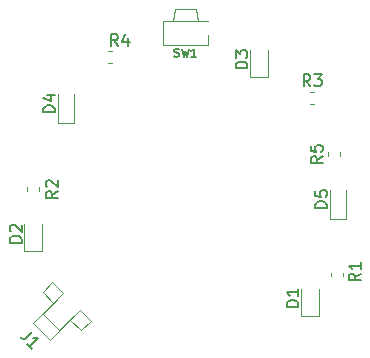
<source format=gto>
G04 #@! TF.GenerationSoftware,KiCad,Pcbnew,5.1.2-f72e74a~84~ubuntu18.04.1*
G04 #@! TF.CreationDate,2019-07-25T17:33:10+02:00*
G04 #@! TF.ProjectId,lightboard,6c696768-7462-46f6-9172-642e6b696361,rev?*
G04 #@! TF.SameCoordinates,Original*
G04 #@! TF.FileFunction,Legend,Top*
G04 #@! TF.FilePolarity,Positive*
%FSLAX46Y46*%
G04 Gerber Fmt 4.6, Leading zero omitted, Abs format (unit mm)*
G04 Created by KiCad (PCBNEW 5.1.2-f72e74a~84~ubuntu18.04.1) date 2019-07-25 17:33:10*
%MOMM*%
%LPD*%
G04 APERTURE LIST*
%ADD10C,0.120000*%
%ADD11C,0.150000*%
%ADD12C,0.100000*%
%ADD13C,0.952000*%
%ADD14C,0.977000*%
%ADD15C,0.902000*%
%ADD16C,0.702000*%
%ADD17C,0.802000*%
%ADD18C,0.502000*%
%ADD19C,0.352000*%
G04 APERTURE END LIST*
D10*
X170465000Y-98167500D02*
X170465000Y-95682500D01*
X169095000Y-98167500D02*
X170465000Y-98167500D01*
X169095000Y-95682500D02*
X169095000Y-98167500D01*
X147445000Y-90057500D02*
X147445000Y-87572500D01*
X146075000Y-90057500D02*
X147445000Y-90057500D01*
X146075000Y-87572500D02*
X146075000Y-90057500D01*
X163845000Y-86137500D02*
X163845000Y-83852500D01*
X162375000Y-86137500D02*
X163845000Y-86137500D01*
X162375000Y-83852500D02*
X162375000Y-86137500D01*
X144715000Y-100887500D02*
X144715000Y-98602500D01*
X143245000Y-100887500D02*
X144715000Y-100887500D01*
X143245000Y-98602500D02*
X143245000Y-100887500D01*
X168155000Y-106357500D02*
X168155000Y-104072500D01*
X166685000Y-106357500D02*
X168155000Y-106357500D01*
X166685000Y-104072500D02*
X166685000Y-106357500D01*
X155960000Y-80400000D02*
X155810000Y-81350000D01*
X156860000Y-80400000D02*
X155960000Y-80400000D01*
X157760000Y-80400000D02*
X157960000Y-81350000D01*
X156860000Y-80400000D02*
X157760000Y-80400000D01*
X158810000Y-83450000D02*
X154960000Y-83450000D01*
X158760000Y-81350000D02*
X158810000Y-83450000D01*
X154960000Y-81350000D02*
X158760000Y-81350000D01*
X154960000Y-83450000D02*
X154960000Y-81350000D01*
X169980000Y-92840279D02*
X169980000Y-92514721D01*
X168960000Y-92840279D02*
X168960000Y-92514721D01*
X150309721Y-84960000D02*
X150635279Y-84960000D01*
X150309721Y-83940000D02*
X150635279Y-83940000D01*
X167454721Y-88390000D02*
X167780279Y-88390000D01*
X167454721Y-87370000D02*
X167780279Y-87370000D01*
X144490000Y-95760279D02*
X144490000Y-95434721D01*
X143470000Y-95760279D02*
X143470000Y-95434721D01*
X170190000Y-103010279D02*
X170190000Y-102684721D01*
X169170000Y-103010279D02*
X169170000Y-102684721D01*
X145708112Y-105247675D02*
X143982771Y-106973015D01*
X147122325Y-106661888D02*
X145396985Y-108387229D01*
X144781802Y-104321365D02*
X145708112Y-105247675D01*
X148048635Y-107588198D02*
X147122325Y-106661888D01*
X145602046Y-103501121D02*
X144781802Y-104321365D01*
X148868879Y-106767954D02*
X148048635Y-107588198D01*
X146528356Y-104427431D02*
X145602046Y-103501121D01*
X147942569Y-105841644D02*
X148868879Y-106767954D01*
X144803015Y-106152771D02*
X146528356Y-104427431D01*
X146217229Y-107566985D02*
X147942569Y-105841644D01*
X146217229Y-107566985D02*
X144803015Y-106152771D01*
X145396985Y-108387229D02*
X143982771Y-106973015D01*
D11*
X168852380Y-97220595D02*
X167852380Y-97220595D01*
X167852380Y-96982500D01*
X167900000Y-96839642D01*
X167995238Y-96744404D01*
X168090476Y-96696785D01*
X168280952Y-96649166D01*
X168423809Y-96649166D01*
X168614285Y-96696785D01*
X168709523Y-96744404D01*
X168804761Y-96839642D01*
X168852380Y-96982500D01*
X168852380Y-97220595D01*
X167852380Y-95744404D02*
X167852380Y-96220595D01*
X168328571Y-96268214D01*
X168280952Y-96220595D01*
X168233333Y-96125357D01*
X168233333Y-95887261D01*
X168280952Y-95792023D01*
X168328571Y-95744404D01*
X168423809Y-95696785D01*
X168661904Y-95696785D01*
X168757142Y-95744404D01*
X168804761Y-95792023D01*
X168852380Y-95887261D01*
X168852380Y-96125357D01*
X168804761Y-96220595D01*
X168757142Y-96268214D01*
X145832380Y-89110595D02*
X144832380Y-89110595D01*
X144832380Y-88872500D01*
X144880000Y-88729642D01*
X144975238Y-88634404D01*
X145070476Y-88586785D01*
X145260952Y-88539166D01*
X145403809Y-88539166D01*
X145594285Y-88586785D01*
X145689523Y-88634404D01*
X145784761Y-88729642D01*
X145832380Y-88872500D01*
X145832380Y-89110595D01*
X145165714Y-87682023D02*
X145832380Y-87682023D01*
X144784761Y-87920119D02*
X145499047Y-88158214D01*
X145499047Y-87539166D01*
X162132380Y-85390595D02*
X161132380Y-85390595D01*
X161132380Y-85152500D01*
X161180000Y-85009642D01*
X161275238Y-84914404D01*
X161370476Y-84866785D01*
X161560952Y-84819166D01*
X161703809Y-84819166D01*
X161894285Y-84866785D01*
X161989523Y-84914404D01*
X162084761Y-85009642D01*
X162132380Y-85152500D01*
X162132380Y-85390595D01*
X161132380Y-84485833D02*
X161132380Y-83866785D01*
X161513333Y-84200119D01*
X161513333Y-84057261D01*
X161560952Y-83962023D01*
X161608571Y-83914404D01*
X161703809Y-83866785D01*
X161941904Y-83866785D01*
X162037142Y-83914404D01*
X162084761Y-83962023D01*
X162132380Y-84057261D01*
X162132380Y-84342976D01*
X162084761Y-84438214D01*
X162037142Y-84485833D01*
X143002380Y-100140595D02*
X142002380Y-100140595D01*
X142002380Y-99902500D01*
X142050000Y-99759642D01*
X142145238Y-99664404D01*
X142240476Y-99616785D01*
X142430952Y-99569166D01*
X142573809Y-99569166D01*
X142764285Y-99616785D01*
X142859523Y-99664404D01*
X142954761Y-99759642D01*
X143002380Y-99902500D01*
X143002380Y-100140595D01*
X142097619Y-99188214D02*
X142050000Y-99140595D01*
X142002380Y-99045357D01*
X142002380Y-98807261D01*
X142050000Y-98712023D01*
X142097619Y-98664404D01*
X142192857Y-98616785D01*
X142288095Y-98616785D01*
X142430952Y-98664404D01*
X143002380Y-99235833D01*
X143002380Y-98616785D01*
X166442380Y-105610595D02*
X165442380Y-105610595D01*
X165442380Y-105372500D01*
X165490000Y-105229642D01*
X165585238Y-105134404D01*
X165680476Y-105086785D01*
X165870952Y-105039166D01*
X166013809Y-105039166D01*
X166204285Y-105086785D01*
X166299523Y-105134404D01*
X166394761Y-105229642D01*
X166442380Y-105372500D01*
X166442380Y-105610595D01*
X166442380Y-104086785D02*
X166442380Y-104658214D01*
X166442380Y-104372500D02*
X165442380Y-104372500D01*
X165585238Y-104467738D01*
X165680476Y-104562976D01*
X165728095Y-104658214D01*
X155926666Y-84383333D02*
X156026666Y-84416666D01*
X156193333Y-84416666D01*
X156260000Y-84383333D01*
X156293333Y-84350000D01*
X156326666Y-84283333D01*
X156326666Y-84216666D01*
X156293333Y-84150000D01*
X156260000Y-84116666D01*
X156193333Y-84083333D01*
X156060000Y-84050000D01*
X155993333Y-84016666D01*
X155960000Y-83983333D01*
X155926666Y-83916666D01*
X155926666Y-83850000D01*
X155960000Y-83783333D01*
X155993333Y-83750000D01*
X156060000Y-83716666D01*
X156226666Y-83716666D01*
X156326666Y-83750000D01*
X156560000Y-83716666D02*
X156726666Y-84416666D01*
X156860000Y-83916666D01*
X156993333Y-84416666D01*
X157160000Y-83716666D01*
X157793333Y-84416666D02*
X157393333Y-84416666D01*
X157593333Y-84416666D02*
X157593333Y-83716666D01*
X157526666Y-83816666D01*
X157460000Y-83883333D01*
X157393333Y-83916666D01*
X168492380Y-92844166D02*
X168016190Y-93177500D01*
X168492380Y-93415595D02*
X167492380Y-93415595D01*
X167492380Y-93034642D01*
X167540000Y-92939404D01*
X167587619Y-92891785D01*
X167682857Y-92844166D01*
X167825714Y-92844166D01*
X167920952Y-92891785D01*
X167968571Y-92939404D01*
X168016190Y-93034642D01*
X168016190Y-93415595D01*
X167492380Y-91939404D02*
X167492380Y-92415595D01*
X167968571Y-92463214D01*
X167920952Y-92415595D01*
X167873333Y-92320357D01*
X167873333Y-92082261D01*
X167920952Y-91987023D01*
X167968571Y-91939404D01*
X168063809Y-91891785D01*
X168301904Y-91891785D01*
X168397142Y-91939404D01*
X168444761Y-91987023D01*
X168492380Y-92082261D01*
X168492380Y-92320357D01*
X168444761Y-92415595D01*
X168397142Y-92463214D01*
X151153333Y-83512380D02*
X150820000Y-83036190D01*
X150581904Y-83512380D02*
X150581904Y-82512380D01*
X150962857Y-82512380D01*
X151058095Y-82560000D01*
X151105714Y-82607619D01*
X151153333Y-82702857D01*
X151153333Y-82845714D01*
X151105714Y-82940952D01*
X151058095Y-82988571D01*
X150962857Y-83036190D01*
X150581904Y-83036190D01*
X152010476Y-82845714D02*
X152010476Y-83512380D01*
X151772380Y-82464761D02*
X151534285Y-83179047D01*
X152153333Y-83179047D01*
X167450833Y-86902380D02*
X167117500Y-86426190D01*
X166879404Y-86902380D02*
X166879404Y-85902380D01*
X167260357Y-85902380D01*
X167355595Y-85950000D01*
X167403214Y-85997619D01*
X167450833Y-86092857D01*
X167450833Y-86235714D01*
X167403214Y-86330952D01*
X167355595Y-86378571D01*
X167260357Y-86426190D01*
X166879404Y-86426190D01*
X167784166Y-85902380D02*
X168403214Y-85902380D01*
X168069880Y-86283333D01*
X168212738Y-86283333D01*
X168307976Y-86330952D01*
X168355595Y-86378571D01*
X168403214Y-86473809D01*
X168403214Y-86711904D01*
X168355595Y-86807142D01*
X168307976Y-86854761D01*
X168212738Y-86902380D01*
X167927023Y-86902380D01*
X167831785Y-86854761D01*
X167784166Y-86807142D01*
X146052380Y-95806666D02*
X145576190Y-96140000D01*
X146052380Y-96378095D02*
X145052380Y-96378095D01*
X145052380Y-95997142D01*
X145100000Y-95901904D01*
X145147619Y-95854285D01*
X145242857Y-95806666D01*
X145385714Y-95806666D01*
X145480952Y-95854285D01*
X145528571Y-95901904D01*
X145576190Y-95997142D01*
X145576190Y-96378095D01*
X145147619Y-95425714D02*
X145100000Y-95378095D01*
X145052380Y-95282857D01*
X145052380Y-95044761D01*
X145100000Y-94949523D01*
X145147619Y-94901904D01*
X145242857Y-94854285D01*
X145338095Y-94854285D01*
X145480952Y-94901904D01*
X146052380Y-95473333D01*
X146052380Y-94854285D01*
X171712380Y-102766666D02*
X171236190Y-103100000D01*
X171712380Y-103338095D02*
X170712380Y-103338095D01*
X170712380Y-102957142D01*
X170760000Y-102861904D01*
X170807619Y-102814285D01*
X170902857Y-102766666D01*
X171045714Y-102766666D01*
X171140952Y-102814285D01*
X171188571Y-102861904D01*
X171236190Y-102957142D01*
X171236190Y-103338095D01*
X171712380Y-101814285D02*
X171712380Y-102385714D01*
X171712380Y-102100000D02*
X170712380Y-102100000D01*
X170855238Y-102195238D01*
X170950476Y-102290476D01*
X170998095Y-102385714D01*
X143908019Y-107707732D02*
X143402943Y-108212808D01*
X143268256Y-108280152D01*
X143133569Y-108280152D01*
X142998882Y-108212808D01*
X142931539Y-108145465D01*
X143908019Y-109121946D02*
X143503958Y-108717885D01*
X143705989Y-108919915D02*
X144413096Y-108212808D01*
X144244737Y-108246480D01*
X144110050Y-108246480D01*
X144009035Y-108212808D01*
%LPC*%
D12*
G36*
X170041328Y-95007646D02*
G01*
X170064431Y-95011073D01*
X170087088Y-95016748D01*
X170109079Y-95024617D01*
X170130192Y-95034603D01*
X170150226Y-95046610D01*
X170168986Y-95060524D01*
X170186291Y-95076209D01*
X170201976Y-95093514D01*
X170215890Y-95112274D01*
X170227897Y-95132308D01*
X170237883Y-95153421D01*
X170245752Y-95175412D01*
X170251427Y-95198069D01*
X170254854Y-95221172D01*
X170256000Y-95244500D01*
X170256000Y-96095500D01*
X170254854Y-96118828D01*
X170251427Y-96141931D01*
X170245752Y-96164588D01*
X170237883Y-96186579D01*
X170227897Y-96207692D01*
X170215890Y-96227726D01*
X170201976Y-96246486D01*
X170186291Y-96263791D01*
X170168986Y-96279476D01*
X170150226Y-96293390D01*
X170130192Y-96305397D01*
X170109079Y-96315383D01*
X170087088Y-96323252D01*
X170064431Y-96328927D01*
X170041328Y-96332354D01*
X170018000Y-96333500D01*
X169542000Y-96333500D01*
X169518672Y-96332354D01*
X169495569Y-96328927D01*
X169472912Y-96323252D01*
X169450921Y-96315383D01*
X169429808Y-96305397D01*
X169409774Y-96293390D01*
X169391014Y-96279476D01*
X169373709Y-96263791D01*
X169358024Y-96246486D01*
X169344110Y-96227726D01*
X169332103Y-96207692D01*
X169322117Y-96186579D01*
X169314248Y-96164588D01*
X169308573Y-96141931D01*
X169305146Y-96118828D01*
X169304000Y-96095500D01*
X169304000Y-95244500D01*
X169305146Y-95221172D01*
X169308573Y-95198069D01*
X169314248Y-95175412D01*
X169322117Y-95153421D01*
X169332103Y-95132308D01*
X169344110Y-95112274D01*
X169358024Y-95093514D01*
X169373709Y-95076209D01*
X169391014Y-95060524D01*
X169409774Y-95046610D01*
X169429808Y-95034603D01*
X169450921Y-95024617D01*
X169472912Y-95016748D01*
X169495569Y-95011073D01*
X169518672Y-95007646D01*
X169542000Y-95006500D01*
X170018000Y-95006500D01*
X170041328Y-95007646D01*
X170041328Y-95007646D01*
G37*
D13*
X169780000Y-95670000D03*
D12*
G36*
X170041328Y-96632646D02*
G01*
X170064431Y-96636073D01*
X170087088Y-96641748D01*
X170109079Y-96649617D01*
X170130192Y-96659603D01*
X170150226Y-96671610D01*
X170168986Y-96685524D01*
X170186291Y-96701209D01*
X170201976Y-96718514D01*
X170215890Y-96737274D01*
X170227897Y-96757308D01*
X170237883Y-96778421D01*
X170245752Y-96800412D01*
X170251427Y-96823069D01*
X170254854Y-96846172D01*
X170256000Y-96869500D01*
X170256000Y-97720500D01*
X170254854Y-97743828D01*
X170251427Y-97766931D01*
X170245752Y-97789588D01*
X170237883Y-97811579D01*
X170227897Y-97832692D01*
X170215890Y-97852726D01*
X170201976Y-97871486D01*
X170186291Y-97888791D01*
X170168986Y-97904476D01*
X170150226Y-97918390D01*
X170130192Y-97930397D01*
X170109079Y-97940383D01*
X170087088Y-97948252D01*
X170064431Y-97953927D01*
X170041328Y-97957354D01*
X170018000Y-97958500D01*
X169542000Y-97958500D01*
X169518672Y-97957354D01*
X169495569Y-97953927D01*
X169472912Y-97948252D01*
X169450921Y-97940383D01*
X169429808Y-97930397D01*
X169409774Y-97918390D01*
X169391014Y-97904476D01*
X169373709Y-97888791D01*
X169358024Y-97871486D01*
X169344110Y-97852726D01*
X169332103Y-97832692D01*
X169322117Y-97811579D01*
X169314248Y-97789588D01*
X169308573Y-97766931D01*
X169305146Y-97743828D01*
X169304000Y-97720500D01*
X169304000Y-96869500D01*
X169305146Y-96846172D01*
X169308573Y-96823069D01*
X169314248Y-96800412D01*
X169322117Y-96778421D01*
X169332103Y-96757308D01*
X169344110Y-96737274D01*
X169358024Y-96718514D01*
X169373709Y-96701209D01*
X169391014Y-96685524D01*
X169409774Y-96671610D01*
X169429808Y-96659603D01*
X169450921Y-96649617D01*
X169472912Y-96641748D01*
X169495569Y-96636073D01*
X169518672Y-96632646D01*
X169542000Y-96631500D01*
X170018000Y-96631500D01*
X170041328Y-96632646D01*
X170041328Y-96632646D01*
G37*
D13*
X169780000Y-97295000D03*
D12*
G36*
X147021328Y-86897646D02*
G01*
X147044431Y-86901073D01*
X147067088Y-86906748D01*
X147089079Y-86914617D01*
X147110192Y-86924603D01*
X147130226Y-86936610D01*
X147148986Y-86950524D01*
X147166291Y-86966209D01*
X147181976Y-86983514D01*
X147195890Y-87002274D01*
X147207897Y-87022308D01*
X147217883Y-87043421D01*
X147225752Y-87065412D01*
X147231427Y-87088069D01*
X147234854Y-87111172D01*
X147236000Y-87134500D01*
X147236000Y-87985500D01*
X147234854Y-88008828D01*
X147231427Y-88031931D01*
X147225752Y-88054588D01*
X147217883Y-88076579D01*
X147207897Y-88097692D01*
X147195890Y-88117726D01*
X147181976Y-88136486D01*
X147166291Y-88153791D01*
X147148986Y-88169476D01*
X147130226Y-88183390D01*
X147110192Y-88195397D01*
X147089079Y-88205383D01*
X147067088Y-88213252D01*
X147044431Y-88218927D01*
X147021328Y-88222354D01*
X146998000Y-88223500D01*
X146522000Y-88223500D01*
X146498672Y-88222354D01*
X146475569Y-88218927D01*
X146452912Y-88213252D01*
X146430921Y-88205383D01*
X146409808Y-88195397D01*
X146389774Y-88183390D01*
X146371014Y-88169476D01*
X146353709Y-88153791D01*
X146338024Y-88136486D01*
X146324110Y-88117726D01*
X146312103Y-88097692D01*
X146302117Y-88076579D01*
X146294248Y-88054588D01*
X146288573Y-88031931D01*
X146285146Y-88008828D01*
X146284000Y-87985500D01*
X146284000Y-87134500D01*
X146285146Y-87111172D01*
X146288573Y-87088069D01*
X146294248Y-87065412D01*
X146302117Y-87043421D01*
X146312103Y-87022308D01*
X146324110Y-87002274D01*
X146338024Y-86983514D01*
X146353709Y-86966209D01*
X146371014Y-86950524D01*
X146389774Y-86936610D01*
X146409808Y-86924603D01*
X146430921Y-86914617D01*
X146452912Y-86906748D01*
X146475569Y-86901073D01*
X146498672Y-86897646D01*
X146522000Y-86896500D01*
X146998000Y-86896500D01*
X147021328Y-86897646D01*
X147021328Y-86897646D01*
G37*
D13*
X146760000Y-87560000D03*
D12*
G36*
X147021328Y-88522646D02*
G01*
X147044431Y-88526073D01*
X147067088Y-88531748D01*
X147089079Y-88539617D01*
X147110192Y-88549603D01*
X147130226Y-88561610D01*
X147148986Y-88575524D01*
X147166291Y-88591209D01*
X147181976Y-88608514D01*
X147195890Y-88627274D01*
X147207897Y-88647308D01*
X147217883Y-88668421D01*
X147225752Y-88690412D01*
X147231427Y-88713069D01*
X147234854Y-88736172D01*
X147236000Y-88759500D01*
X147236000Y-89610500D01*
X147234854Y-89633828D01*
X147231427Y-89656931D01*
X147225752Y-89679588D01*
X147217883Y-89701579D01*
X147207897Y-89722692D01*
X147195890Y-89742726D01*
X147181976Y-89761486D01*
X147166291Y-89778791D01*
X147148986Y-89794476D01*
X147130226Y-89808390D01*
X147110192Y-89820397D01*
X147089079Y-89830383D01*
X147067088Y-89838252D01*
X147044431Y-89843927D01*
X147021328Y-89847354D01*
X146998000Y-89848500D01*
X146522000Y-89848500D01*
X146498672Y-89847354D01*
X146475569Y-89843927D01*
X146452912Y-89838252D01*
X146430921Y-89830383D01*
X146409808Y-89820397D01*
X146389774Y-89808390D01*
X146371014Y-89794476D01*
X146353709Y-89778791D01*
X146338024Y-89761486D01*
X146324110Y-89742726D01*
X146312103Y-89722692D01*
X146302117Y-89701579D01*
X146294248Y-89679588D01*
X146288573Y-89656931D01*
X146285146Y-89633828D01*
X146284000Y-89610500D01*
X146284000Y-88759500D01*
X146285146Y-88736172D01*
X146288573Y-88713069D01*
X146294248Y-88690412D01*
X146302117Y-88668421D01*
X146312103Y-88647308D01*
X146324110Y-88627274D01*
X146338024Y-88608514D01*
X146353709Y-88591209D01*
X146371014Y-88575524D01*
X146389774Y-88561610D01*
X146409808Y-88549603D01*
X146430921Y-88539617D01*
X146452912Y-88531748D01*
X146475569Y-88526073D01*
X146498672Y-88522646D01*
X146522000Y-88521500D01*
X146998000Y-88521500D01*
X147021328Y-88522646D01*
X147021328Y-88522646D01*
G37*
D13*
X146760000Y-89185000D03*
D12*
G36*
X163415691Y-83377676D02*
G01*
X163439401Y-83381193D01*
X163462652Y-83387017D01*
X163485220Y-83395092D01*
X163506889Y-83405341D01*
X163527448Y-83417664D01*
X163546701Y-83431942D01*
X163564461Y-83448039D01*
X163580558Y-83465799D01*
X163594836Y-83485052D01*
X163607159Y-83505611D01*
X163617408Y-83527280D01*
X163625483Y-83549848D01*
X163631307Y-83573099D01*
X163634824Y-83596809D01*
X163636000Y-83620750D01*
X163636000Y-84109250D01*
X163634824Y-84133191D01*
X163631307Y-84156901D01*
X163625483Y-84180152D01*
X163617408Y-84202720D01*
X163607159Y-84224389D01*
X163594836Y-84244948D01*
X163580558Y-84264201D01*
X163564461Y-84281961D01*
X163546701Y-84298058D01*
X163527448Y-84312336D01*
X163506889Y-84324659D01*
X163485220Y-84334908D01*
X163462652Y-84342983D01*
X163439401Y-84348807D01*
X163415691Y-84352324D01*
X163391750Y-84353500D01*
X162828250Y-84353500D01*
X162804309Y-84352324D01*
X162780599Y-84348807D01*
X162757348Y-84342983D01*
X162734780Y-84334908D01*
X162713111Y-84324659D01*
X162692552Y-84312336D01*
X162673299Y-84298058D01*
X162655539Y-84281961D01*
X162639442Y-84264201D01*
X162625164Y-84244948D01*
X162612841Y-84224389D01*
X162602592Y-84202720D01*
X162594517Y-84180152D01*
X162588693Y-84156901D01*
X162585176Y-84133191D01*
X162584000Y-84109250D01*
X162584000Y-83620750D01*
X162585176Y-83596809D01*
X162588693Y-83573099D01*
X162594517Y-83549848D01*
X162602592Y-83527280D01*
X162612841Y-83505611D01*
X162625164Y-83485052D01*
X162639442Y-83465799D01*
X162655539Y-83448039D01*
X162673299Y-83431942D01*
X162692552Y-83417664D01*
X162713111Y-83405341D01*
X162734780Y-83395092D01*
X162757348Y-83387017D01*
X162780599Y-83381193D01*
X162804309Y-83377676D01*
X162828250Y-83376500D01*
X163391750Y-83376500D01*
X163415691Y-83377676D01*
X163415691Y-83377676D01*
G37*
D14*
X163110000Y-83865000D03*
D12*
G36*
X163415691Y-84952676D02*
G01*
X163439401Y-84956193D01*
X163462652Y-84962017D01*
X163485220Y-84970092D01*
X163506889Y-84980341D01*
X163527448Y-84992664D01*
X163546701Y-85006942D01*
X163564461Y-85023039D01*
X163580558Y-85040799D01*
X163594836Y-85060052D01*
X163607159Y-85080611D01*
X163617408Y-85102280D01*
X163625483Y-85124848D01*
X163631307Y-85148099D01*
X163634824Y-85171809D01*
X163636000Y-85195750D01*
X163636000Y-85684250D01*
X163634824Y-85708191D01*
X163631307Y-85731901D01*
X163625483Y-85755152D01*
X163617408Y-85777720D01*
X163607159Y-85799389D01*
X163594836Y-85819948D01*
X163580558Y-85839201D01*
X163564461Y-85856961D01*
X163546701Y-85873058D01*
X163527448Y-85887336D01*
X163506889Y-85899659D01*
X163485220Y-85909908D01*
X163462652Y-85917983D01*
X163439401Y-85923807D01*
X163415691Y-85927324D01*
X163391750Y-85928500D01*
X162828250Y-85928500D01*
X162804309Y-85927324D01*
X162780599Y-85923807D01*
X162757348Y-85917983D01*
X162734780Y-85909908D01*
X162713111Y-85899659D01*
X162692552Y-85887336D01*
X162673299Y-85873058D01*
X162655539Y-85856961D01*
X162639442Y-85839201D01*
X162625164Y-85819948D01*
X162612841Y-85799389D01*
X162602592Y-85777720D01*
X162594517Y-85755152D01*
X162588693Y-85731901D01*
X162585176Y-85708191D01*
X162584000Y-85684250D01*
X162584000Y-85195750D01*
X162585176Y-85171809D01*
X162588693Y-85148099D01*
X162594517Y-85124848D01*
X162602592Y-85102280D01*
X162612841Y-85080611D01*
X162625164Y-85060052D01*
X162639442Y-85040799D01*
X162655539Y-85023039D01*
X162673299Y-85006942D01*
X162692552Y-84992664D01*
X162713111Y-84980341D01*
X162734780Y-84970092D01*
X162757348Y-84962017D01*
X162780599Y-84956193D01*
X162804309Y-84952676D01*
X162828250Y-84951500D01*
X163391750Y-84951500D01*
X163415691Y-84952676D01*
X163415691Y-84952676D01*
G37*
D14*
X163110000Y-85440000D03*
D12*
G36*
X144285691Y-98127676D02*
G01*
X144309401Y-98131193D01*
X144332652Y-98137017D01*
X144355220Y-98145092D01*
X144376889Y-98155341D01*
X144397448Y-98167664D01*
X144416701Y-98181942D01*
X144434461Y-98198039D01*
X144450558Y-98215799D01*
X144464836Y-98235052D01*
X144477159Y-98255611D01*
X144487408Y-98277280D01*
X144495483Y-98299848D01*
X144501307Y-98323099D01*
X144504824Y-98346809D01*
X144506000Y-98370750D01*
X144506000Y-98859250D01*
X144504824Y-98883191D01*
X144501307Y-98906901D01*
X144495483Y-98930152D01*
X144487408Y-98952720D01*
X144477159Y-98974389D01*
X144464836Y-98994948D01*
X144450558Y-99014201D01*
X144434461Y-99031961D01*
X144416701Y-99048058D01*
X144397448Y-99062336D01*
X144376889Y-99074659D01*
X144355220Y-99084908D01*
X144332652Y-99092983D01*
X144309401Y-99098807D01*
X144285691Y-99102324D01*
X144261750Y-99103500D01*
X143698250Y-99103500D01*
X143674309Y-99102324D01*
X143650599Y-99098807D01*
X143627348Y-99092983D01*
X143604780Y-99084908D01*
X143583111Y-99074659D01*
X143562552Y-99062336D01*
X143543299Y-99048058D01*
X143525539Y-99031961D01*
X143509442Y-99014201D01*
X143495164Y-98994948D01*
X143482841Y-98974389D01*
X143472592Y-98952720D01*
X143464517Y-98930152D01*
X143458693Y-98906901D01*
X143455176Y-98883191D01*
X143454000Y-98859250D01*
X143454000Y-98370750D01*
X143455176Y-98346809D01*
X143458693Y-98323099D01*
X143464517Y-98299848D01*
X143472592Y-98277280D01*
X143482841Y-98255611D01*
X143495164Y-98235052D01*
X143509442Y-98215799D01*
X143525539Y-98198039D01*
X143543299Y-98181942D01*
X143562552Y-98167664D01*
X143583111Y-98155341D01*
X143604780Y-98145092D01*
X143627348Y-98137017D01*
X143650599Y-98131193D01*
X143674309Y-98127676D01*
X143698250Y-98126500D01*
X144261750Y-98126500D01*
X144285691Y-98127676D01*
X144285691Y-98127676D01*
G37*
D14*
X143980000Y-98615000D03*
D12*
G36*
X144285691Y-99702676D02*
G01*
X144309401Y-99706193D01*
X144332652Y-99712017D01*
X144355220Y-99720092D01*
X144376889Y-99730341D01*
X144397448Y-99742664D01*
X144416701Y-99756942D01*
X144434461Y-99773039D01*
X144450558Y-99790799D01*
X144464836Y-99810052D01*
X144477159Y-99830611D01*
X144487408Y-99852280D01*
X144495483Y-99874848D01*
X144501307Y-99898099D01*
X144504824Y-99921809D01*
X144506000Y-99945750D01*
X144506000Y-100434250D01*
X144504824Y-100458191D01*
X144501307Y-100481901D01*
X144495483Y-100505152D01*
X144487408Y-100527720D01*
X144477159Y-100549389D01*
X144464836Y-100569948D01*
X144450558Y-100589201D01*
X144434461Y-100606961D01*
X144416701Y-100623058D01*
X144397448Y-100637336D01*
X144376889Y-100649659D01*
X144355220Y-100659908D01*
X144332652Y-100667983D01*
X144309401Y-100673807D01*
X144285691Y-100677324D01*
X144261750Y-100678500D01*
X143698250Y-100678500D01*
X143674309Y-100677324D01*
X143650599Y-100673807D01*
X143627348Y-100667983D01*
X143604780Y-100659908D01*
X143583111Y-100649659D01*
X143562552Y-100637336D01*
X143543299Y-100623058D01*
X143525539Y-100606961D01*
X143509442Y-100589201D01*
X143495164Y-100569948D01*
X143482841Y-100549389D01*
X143472592Y-100527720D01*
X143464517Y-100505152D01*
X143458693Y-100481901D01*
X143455176Y-100458191D01*
X143454000Y-100434250D01*
X143454000Y-99945750D01*
X143455176Y-99921809D01*
X143458693Y-99898099D01*
X143464517Y-99874848D01*
X143472592Y-99852280D01*
X143482841Y-99830611D01*
X143495164Y-99810052D01*
X143509442Y-99790799D01*
X143525539Y-99773039D01*
X143543299Y-99756942D01*
X143562552Y-99742664D01*
X143583111Y-99730341D01*
X143604780Y-99720092D01*
X143627348Y-99712017D01*
X143650599Y-99706193D01*
X143674309Y-99702676D01*
X143698250Y-99701500D01*
X144261750Y-99701500D01*
X144285691Y-99702676D01*
X144285691Y-99702676D01*
G37*
D14*
X143980000Y-100190000D03*
D12*
G36*
X167725691Y-103597676D02*
G01*
X167749401Y-103601193D01*
X167772652Y-103607017D01*
X167795220Y-103615092D01*
X167816889Y-103625341D01*
X167837448Y-103637664D01*
X167856701Y-103651942D01*
X167874461Y-103668039D01*
X167890558Y-103685799D01*
X167904836Y-103705052D01*
X167917159Y-103725611D01*
X167927408Y-103747280D01*
X167935483Y-103769848D01*
X167941307Y-103793099D01*
X167944824Y-103816809D01*
X167946000Y-103840750D01*
X167946000Y-104329250D01*
X167944824Y-104353191D01*
X167941307Y-104376901D01*
X167935483Y-104400152D01*
X167927408Y-104422720D01*
X167917159Y-104444389D01*
X167904836Y-104464948D01*
X167890558Y-104484201D01*
X167874461Y-104501961D01*
X167856701Y-104518058D01*
X167837448Y-104532336D01*
X167816889Y-104544659D01*
X167795220Y-104554908D01*
X167772652Y-104562983D01*
X167749401Y-104568807D01*
X167725691Y-104572324D01*
X167701750Y-104573500D01*
X167138250Y-104573500D01*
X167114309Y-104572324D01*
X167090599Y-104568807D01*
X167067348Y-104562983D01*
X167044780Y-104554908D01*
X167023111Y-104544659D01*
X167002552Y-104532336D01*
X166983299Y-104518058D01*
X166965539Y-104501961D01*
X166949442Y-104484201D01*
X166935164Y-104464948D01*
X166922841Y-104444389D01*
X166912592Y-104422720D01*
X166904517Y-104400152D01*
X166898693Y-104376901D01*
X166895176Y-104353191D01*
X166894000Y-104329250D01*
X166894000Y-103840750D01*
X166895176Y-103816809D01*
X166898693Y-103793099D01*
X166904517Y-103769848D01*
X166912592Y-103747280D01*
X166922841Y-103725611D01*
X166935164Y-103705052D01*
X166949442Y-103685799D01*
X166965539Y-103668039D01*
X166983299Y-103651942D01*
X167002552Y-103637664D01*
X167023111Y-103625341D01*
X167044780Y-103615092D01*
X167067348Y-103607017D01*
X167090599Y-103601193D01*
X167114309Y-103597676D01*
X167138250Y-103596500D01*
X167701750Y-103596500D01*
X167725691Y-103597676D01*
X167725691Y-103597676D01*
G37*
D14*
X167420000Y-104085000D03*
D12*
G36*
X167725691Y-105172676D02*
G01*
X167749401Y-105176193D01*
X167772652Y-105182017D01*
X167795220Y-105190092D01*
X167816889Y-105200341D01*
X167837448Y-105212664D01*
X167856701Y-105226942D01*
X167874461Y-105243039D01*
X167890558Y-105260799D01*
X167904836Y-105280052D01*
X167917159Y-105300611D01*
X167927408Y-105322280D01*
X167935483Y-105344848D01*
X167941307Y-105368099D01*
X167944824Y-105391809D01*
X167946000Y-105415750D01*
X167946000Y-105904250D01*
X167944824Y-105928191D01*
X167941307Y-105951901D01*
X167935483Y-105975152D01*
X167927408Y-105997720D01*
X167917159Y-106019389D01*
X167904836Y-106039948D01*
X167890558Y-106059201D01*
X167874461Y-106076961D01*
X167856701Y-106093058D01*
X167837448Y-106107336D01*
X167816889Y-106119659D01*
X167795220Y-106129908D01*
X167772652Y-106137983D01*
X167749401Y-106143807D01*
X167725691Y-106147324D01*
X167701750Y-106148500D01*
X167138250Y-106148500D01*
X167114309Y-106147324D01*
X167090599Y-106143807D01*
X167067348Y-106137983D01*
X167044780Y-106129908D01*
X167023111Y-106119659D01*
X167002552Y-106107336D01*
X166983299Y-106093058D01*
X166965539Y-106076961D01*
X166949442Y-106059201D01*
X166935164Y-106039948D01*
X166922841Y-106019389D01*
X166912592Y-105997720D01*
X166904517Y-105975152D01*
X166898693Y-105951901D01*
X166895176Y-105928191D01*
X166894000Y-105904250D01*
X166894000Y-105415750D01*
X166895176Y-105391809D01*
X166898693Y-105368099D01*
X166904517Y-105344848D01*
X166912592Y-105322280D01*
X166922841Y-105300611D01*
X166935164Y-105280052D01*
X166949442Y-105260799D01*
X166965539Y-105243039D01*
X166983299Y-105226942D01*
X167002552Y-105212664D01*
X167023111Y-105200341D01*
X167044780Y-105190092D01*
X167067348Y-105182017D01*
X167090599Y-105176193D01*
X167114309Y-105172676D01*
X167138250Y-105171500D01*
X167701750Y-105171500D01*
X167725691Y-105172676D01*
X167725691Y-105172676D01*
G37*
D14*
X167420000Y-105660000D03*
D12*
G36*
X158857603Y-83550086D02*
G01*
X158879493Y-83553333D01*
X158900959Y-83558710D01*
X158921795Y-83566165D01*
X158941800Y-83575627D01*
X158960781Y-83587004D01*
X158978556Y-83600186D01*
X158994953Y-83615047D01*
X159009814Y-83631444D01*
X159022996Y-83649219D01*
X159034373Y-83668200D01*
X159043835Y-83688205D01*
X159051290Y-83709041D01*
X159056667Y-83730507D01*
X159059914Y-83752397D01*
X159061000Y-83774500D01*
X159061000Y-84225500D01*
X159059914Y-84247603D01*
X159056667Y-84269493D01*
X159051290Y-84290959D01*
X159043835Y-84311795D01*
X159034373Y-84331800D01*
X159022996Y-84350781D01*
X159009814Y-84368556D01*
X158994953Y-84384953D01*
X158978556Y-84399814D01*
X158960781Y-84412996D01*
X158941800Y-84424373D01*
X158921795Y-84433835D01*
X158900959Y-84441290D01*
X158879493Y-84446667D01*
X158857603Y-84449914D01*
X158835500Y-84451000D01*
X158284500Y-84451000D01*
X158262397Y-84449914D01*
X158240507Y-84446667D01*
X158219041Y-84441290D01*
X158198205Y-84433835D01*
X158178200Y-84424373D01*
X158159219Y-84412996D01*
X158141444Y-84399814D01*
X158125047Y-84384953D01*
X158110186Y-84368556D01*
X158097004Y-84350781D01*
X158085627Y-84331800D01*
X158076165Y-84311795D01*
X158068710Y-84290959D01*
X158063333Y-84269493D01*
X158060086Y-84247603D01*
X158059000Y-84225500D01*
X158059000Y-83774500D01*
X158060086Y-83752397D01*
X158063333Y-83730507D01*
X158068710Y-83709041D01*
X158076165Y-83688205D01*
X158085627Y-83668200D01*
X158097004Y-83649219D01*
X158110186Y-83631444D01*
X158125047Y-83615047D01*
X158141444Y-83600186D01*
X158159219Y-83587004D01*
X158178200Y-83575627D01*
X158198205Y-83566165D01*
X158219041Y-83558710D01*
X158240507Y-83553333D01*
X158262397Y-83550086D01*
X158284500Y-83549000D01*
X158835500Y-83549000D01*
X158857603Y-83550086D01*
X158857603Y-83550086D01*
G37*
D15*
X158560000Y-84000000D03*
D12*
G36*
X155457603Y-83550086D02*
G01*
X155479493Y-83553333D01*
X155500959Y-83558710D01*
X155521795Y-83566165D01*
X155541800Y-83575627D01*
X155560781Y-83587004D01*
X155578556Y-83600186D01*
X155594953Y-83615047D01*
X155609814Y-83631444D01*
X155622996Y-83649219D01*
X155634373Y-83668200D01*
X155643835Y-83688205D01*
X155651290Y-83709041D01*
X155656667Y-83730507D01*
X155659914Y-83752397D01*
X155661000Y-83774500D01*
X155661000Y-84225500D01*
X155659914Y-84247603D01*
X155656667Y-84269493D01*
X155651290Y-84290959D01*
X155643835Y-84311795D01*
X155634373Y-84331800D01*
X155622996Y-84350781D01*
X155609814Y-84368556D01*
X155594953Y-84384953D01*
X155578556Y-84399814D01*
X155560781Y-84412996D01*
X155541800Y-84424373D01*
X155521795Y-84433835D01*
X155500959Y-84441290D01*
X155479493Y-84446667D01*
X155457603Y-84449914D01*
X155435500Y-84451000D01*
X154884500Y-84451000D01*
X154862397Y-84449914D01*
X154840507Y-84446667D01*
X154819041Y-84441290D01*
X154798205Y-84433835D01*
X154778200Y-84424373D01*
X154759219Y-84412996D01*
X154741444Y-84399814D01*
X154725047Y-84384953D01*
X154710186Y-84368556D01*
X154697004Y-84350781D01*
X154685627Y-84331800D01*
X154676165Y-84311795D01*
X154668710Y-84290959D01*
X154663333Y-84269493D01*
X154660086Y-84247603D01*
X154659000Y-84225500D01*
X154659000Y-83774500D01*
X154660086Y-83752397D01*
X154663333Y-83730507D01*
X154668710Y-83709041D01*
X154676165Y-83688205D01*
X154685627Y-83668200D01*
X154697004Y-83649219D01*
X154710186Y-83631444D01*
X154725047Y-83615047D01*
X154741444Y-83600186D01*
X154759219Y-83587004D01*
X154778200Y-83575627D01*
X154798205Y-83566165D01*
X154819041Y-83558710D01*
X154840507Y-83553333D01*
X154862397Y-83550086D01*
X154884500Y-83549000D01*
X155435500Y-83549000D01*
X155457603Y-83550086D01*
X155457603Y-83550086D01*
G37*
D15*
X155160000Y-84000000D03*
D12*
G36*
X159352702Y-81349845D02*
G01*
X159369738Y-81352372D01*
X159386445Y-81356557D01*
X159402661Y-81362359D01*
X159418230Y-81369723D01*
X159433003Y-81378577D01*
X159446836Y-81388837D01*
X159459597Y-81400403D01*
X159471163Y-81413164D01*
X159481423Y-81426997D01*
X159490277Y-81441770D01*
X159497641Y-81457339D01*
X159503443Y-81473555D01*
X159507628Y-81490262D01*
X159510155Y-81507298D01*
X159511000Y-81524500D01*
X159511000Y-82475500D01*
X159510155Y-82492702D01*
X159507628Y-82509738D01*
X159503443Y-82526445D01*
X159497641Y-82542661D01*
X159490277Y-82558230D01*
X159481423Y-82573003D01*
X159471163Y-82586836D01*
X159459597Y-82599597D01*
X159446836Y-82611163D01*
X159433003Y-82621423D01*
X159418230Y-82630277D01*
X159402661Y-82637641D01*
X159386445Y-82643443D01*
X159369738Y-82647628D01*
X159352702Y-82650155D01*
X159335500Y-82651000D01*
X158984500Y-82651000D01*
X158967298Y-82650155D01*
X158950262Y-82647628D01*
X158933555Y-82643443D01*
X158917339Y-82637641D01*
X158901770Y-82630277D01*
X158886997Y-82621423D01*
X158873164Y-82611163D01*
X158860403Y-82599597D01*
X158848837Y-82586836D01*
X158838577Y-82573003D01*
X158829723Y-82558230D01*
X158822359Y-82542661D01*
X158816557Y-82526445D01*
X158812372Y-82509738D01*
X158809845Y-82492702D01*
X158809000Y-82475500D01*
X158809000Y-81524500D01*
X158809845Y-81507298D01*
X158812372Y-81490262D01*
X158816557Y-81473555D01*
X158822359Y-81457339D01*
X158829723Y-81441770D01*
X158838577Y-81426997D01*
X158848837Y-81413164D01*
X158860403Y-81400403D01*
X158873164Y-81388837D01*
X158886997Y-81378577D01*
X158901770Y-81369723D01*
X158917339Y-81362359D01*
X158933555Y-81356557D01*
X158950262Y-81352372D01*
X158967298Y-81349845D01*
X158984500Y-81349000D01*
X159335500Y-81349000D01*
X159352702Y-81349845D01*
X159352702Y-81349845D01*
G37*
D16*
X159160000Y-82000000D03*
D12*
G36*
X154752702Y-81349845D02*
G01*
X154769738Y-81352372D01*
X154786445Y-81356557D01*
X154802661Y-81362359D01*
X154818230Y-81369723D01*
X154833003Y-81378577D01*
X154846836Y-81388837D01*
X154859597Y-81400403D01*
X154871163Y-81413164D01*
X154881423Y-81426997D01*
X154890277Y-81441770D01*
X154897641Y-81457339D01*
X154903443Y-81473555D01*
X154907628Y-81490262D01*
X154910155Y-81507298D01*
X154911000Y-81524500D01*
X154911000Y-82475500D01*
X154910155Y-82492702D01*
X154907628Y-82509738D01*
X154903443Y-82526445D01*
X154897641Y-82542661D01*
X154890277Y-82558230D01*
X154881423Y-82573003D01*
X154871163Y-82586836D01*
X154859597Y-82599597D01*
X154846836Y-82611163D01*
X154833003Y-82621423D01*
X154818230Y-82630277D01*
X154802661Y-82637641D01*
X154786445Y-82643443D01*
X154769738Y-82647628D01*
X154752702Y-82650155D01*
X154735500Y-82651000D01*
X154384500Y-82651000D01*
X154367298Y-82650155D01*
X154350262Y-82647628D01*
X154333555Y-82643443D01*
X154317339Y-82637641D01*
X154301770Y-82630277D01*
X154286997Y-82621423D01*
X154273164Y-82611163D01*
X154260403Y-82599597D01*
X154248837Y-82586836D01*
X154238577Y-82573003D01*
X154229723Y-82558230D01*
X154222359Y-82542661D01*
X154216557Y-82526445D01*
X154212372Y-82509738D01*
X154209845Y-82492702D01*
X154209000Y-82475500D01*
X154209000Y-81524500D01*
X154209845Y-81507298D01*
X154212372Y-81490262D01*
X154216557Y-81473555D01*
X154222359Y-81457339D01*
X154229723Y-81441770D01*
X154238577Y-81426997D01*
X154248837Y-81413164D01*
X154260403Y-81400403D01*
X154273164Y-81388837D01*
X154286997Y-81378577D01*
X154301770Y-81369723D01*
X154317339Y-81362359D01*
X154333555Y-81356557D01*
X154350262Y-81352372D01*
X154367298Y-81349845D01*
X154384500Y-81349000D01*
X154735500Y-81349000D01*
X154752702Y-81349845D01*
X154752702Y-81349845D01*
G37*
D16*
X154560000Y-82000000D03*
D17*
X157710000Y-82600000D03*
X156010000Y-82600000D03*
D12*
G36*
X169775691Y-91402676D02*
G01*
X169799401Y-91406193D01*
X169822652Y-91412017D01*
X169845220Y-91420092D01*
X169866889Y-91430341D01*
X169887448Y-91442664D01*
X169906701Y-91456942D01*
X169924461Y-91473039D01*
X169940558Y-91490799D01*
X169954836Y-91510052D01*
X169967159Y-91530611D01*
X169977408Y-91552280D01*
X169985483Y-91574848D01*
X169991307Y-91598099D01*
X169994824Y-91621809D01*
X169996000Y-91645750D01*
X169996000Y-92134250D01*
X169994824Y-92158191D01*
X169991307Y-92181901D01*
X169985483Y-92205152D01*
X169977408Y-92227720D01*
X169967159Y-92249389D01*
X169954836Y-92269948D01*
X169940558Y-92289201D01*
X169924461Y-92306961D01*
X169906701Y-92323058D01*
X169887448Y-92337336D01*
X169866889Y-92349659D01*
X169845220Y-92359908D01*
X169822652Y-92367983D01*
X169799401Y-92373807D01*
X169775691Y-92377324D01*
X169751750Y-92378500D01*
X169188250Y-92378500D01*
X169164309Y-92377324D01*
X169140599Y-92373807D01*
X169117348Y-92367983D01*
X169094780Y-92359908D01*
X169073111Y-92349659D01*
X169052552Y-92337336D01*
X169033299Y-92323058D01*
X169015539Y-92306961D01*
X168999442Y-92289201D01*
X168985164Y-92269948D01*
X168972841Y-92249389D01*
X168962592Y-92227720D01*
X168954517Y-92205152D01*
X168948693Y-92181901D01*
X168945176Y-92158191D01*
X168944000Y-92134250D01*
X168944000Y-91645750D01*
X168945176Y-91621809D01*
X168948693Y-91598099D01*
X168954517Y-91574848D01*
X168962592Y-91552280D01*
X168972841Y-91530611D01*
X168985164Y-91510052D01*
X168999442Y-91490799D01*
X169015539Y-91473039D01*
X169033299Y-91456942D01*
X169052552Y-91442664D01*
X169073111Y-91430341D01*
X169094780Y-91420092D01*
X169117348Y-91412017D01*
X169140599Y-91406193D01*
X169164309Y-91402676D01*
X169188250Y-91401500D01*
X169751750Y-91401500D01*
X169775691Y-91402676D01*
X169775691Y-91402676D01*
G37*
D14*
X169470000Y-91890000D03*
D12*
G36*
X169775691Y-92977676D02*
G01*
X169799401Y-92981193D01*
X169822652Y-92987017D01*
X169845220Y-92995092D01*
X169866889Y-93005341D01*
X169887448Y-93017664D01*
X169906701Y-93031942D01*
X169924461Y-93048039D01*
X169940558Y-93065799D01*
X169954836Y-93085052D01*
X169967159Y-93105611D01*
X169977408Y-93127280D01*
X169985483Y-93149848D01*
X169991307Y-93173099D01*
X169994824Y-93196809D01*
X169996000Y-93220750D01*
X169996000Y-93709250D01*
X169994824Y-93733191D01*
X169991307Y-93756901D01*
X169985483Y-93780152D01*
X169977408Y-93802720D01*
X169967159Y-93824389D01*
X169954836Y-93844948D01*
X169940558Y-93864201D01*
X169924461Y-93881961D01*
X169906701Y-93898058D01*
X169887448Y-93912336D01*
X169866889Y-93924659D01*
X169845220Y-93934908D01*
X169822652Y-93942983D01*
X169799401Y-93948807D01*
X169775691Y-93952324D01*
X169751750Y-93953500D01*
X169188250Y-93953500D01*
X169164309Y-93952324D01*
X169140599Y-93948807D01*
X169117348Y-93942983D01*
X169094780Y-93934908D01*
X169073111Y-93924659D01*
X169052552Y-93912336D01*
X169033299Y-93898058D01*
X169015539Y-93881961D01*
X168999442Y-93864201D01*
X168985164Y-93844948D01*
X168972841Y-93824389D01*
X168962592Y-93802720D01*
X168954517Y-93780152D01*
X168948693Y-93756901D01*
X168945176Y-93733191D01*
X168944000Y-93709250D01*
X168944000Y-93220750D01*
X168945176Y-93196809D01*
X168948693Y-93173099D01*
X168954517Y-93149848D01*
X168962592Y-93127280D01*
X168972841Y-93105611D01*
X168985164Y-93085052D01*
X168999442Y-93065799D01*
X169015539Y-93048039D01*
X169033299Y-93031942D01*
X169052552Y-93017664D01*
X169073111Y-93005341D01*
X169094780Y-92995092D01*
X169117348Y-92987017D01*
X169140599Y-92981193D01*
X169164309Y-92977676D01*
X169188250Y-92976500D01*
X169751750Y-92976500D01*
X169775691Y-92977676D01*
X169775691Y-92977676D01*
G37*
D14*
X169470000Y-93465000D03*
D12*
G36*
X151528191Y-83925176D02*
G01*
X151551901Y-83928693D01*
X151575152Y-83934517D01*
X151597720Y-83942592D01*
X151619389Y-83952841D01*
X151639948Y-83965164D01*
X151659201Y-83979442D01*
X151676961Y-83995539D01*
X151693058Y-84013299D01*
X151707336Y-84032552D01*
X151719659Y-84053111D01*
X151729908Y-84074780D01*
X151737983Y-84097348D01*
X151743807Y-84120599D01*
X151747324Y-84144309D01*
X151748500Y-84168250D01*
X151748500Y-84731750D01*
X151747324Y-84755691D01*
X151743807Y-84779401D01*
X151737983Y-84802652D01*
X151729908Y-84825220D01*
X151719659Y-84846889D01*
X151707336Y-84867448D01*
X151693058Y-84886701D01*
X151676961Y-84904461D01*
X151659201Y-84920558D01*
X151639948Y-84934836D01*
X151619389Y-84947159D01*
X151597720Y-84957408D01*
X151575152Y-84965483D01*
X151551901Y-84971307D01*
X151528191Y-84974824D01*
X151504250Y-84976000D01*
X151015750Y-84976000D01*
X150991809Y-84974824D01*
X150968099Y-84971307D01*
X150944848Y-84965483D01*
X150922280Y-84957408D01*
X150900611Y-84947159D01*
X150880052Y-84934836D01*
X150860799Y-84920558D01*
X150843039Y-84904461D01*
X150826942Y-84886701D01*
X150812664Y-84867448D01*
X150800341Y-84846889D01*
X150790092Y-84825220D01*
X150782017Y-84802652D01*
X150776193Y-84779401D01*
X150772676Y-84755691D01*
X150771500Y-84731750D01*
X150771500Y-84168250D01*
X150772676Y-84144309D01*
X150776193Y-84120599D01*
X150782017Y-84097348D01*
X150790092Y-84074780D01*
X150800341Y-84053111D01*
X150812664Y-84032552D01*
X150826942Y-84013299D01*
X150843039Y-83995539D01*
X150860799Y-83979442D01*
X150880052Y-83965164D01*
X150900611Y-83952841D01*
X150922280Y-83942592D01*
X150944848Y-83934517D01*
X150968099Y-83928693D01*
X150991809Y-83925176D01*
X151015750Y-83924000D01*
X151504250Y-83924000D01*
X151528191Y-83925176D01*
X151528191Y-83925176D01*
G37*
D14*
X151260000Y-84450000D03*
D12*
G36*
X149953191Y-83925176D02*
G01*
X149976901Y-83928693D01*
X150000152Y-83934517D01*
X150022720Y-83942592D01*
X150044389Y-83952841D01*
X150064948Y-83965164D01*
X150084201Y-83979442D01*
X150101961Y-83995539D01*
X150118058Y-84013299D01*
X150132336Y-84032552D01*
X150144659Y-84053111D01*
X150154908Y-84074780D01*
X150162983Y-84097348D01*
X150168807Y-84120599D01*
X150172324Y-84144309D01*
X150173500Y-84168250D01*
X150173500Y-84731750D01*
X150172324Y-84755691D01*
X150168807Y-84779401D01*
X150162983Y-84802652D01*
X150154908Y-84825220D01*
X150144659Y-84846889D01*
X150132336Y-84867448D01*
X150118058Y-84886701D01*
X150101961Y-84904461D01*
X150084201Y-84920558D01*
X150064948Y-84934836D01*
X150044389Y-84947159D01*
X150022720Y-84957408D01*
X150000152Y-84965483D01*
X149976901Y-84971307D01*
X149953191Y-84974824D01*
X149929250Y-84976000D01*
X149440750Y-84976000D01*
X149416809Y-84974824D01*
X149393099Y-84971307D01*
X149369848Y-84965483D01*
X149347280Y-84957408D01*
X149325611Y-84947159D01*
X149305052Y-84934836D01*
X149285799Y-84920558D01*
X149268039Y-84904461D01*
X149251942Y-84886701D01*
X149237664Y-84867448D01*
X149225341Y-84846889D01*
X149215092Y-84825220D01*
X149207017Y-84802652D01*
X149201193Y-84779401D01*
X149197676Y-84755691D01*
X149196500Y-84731750D01*
X149196500Y-84168250D01*
X149197676Y-84144309D01*
X149201193Y-84120599D01*
X149207017Y-84097348D01*
X149215092Y-84074780D01*
X149225341Y-84053111D01*
X149237664Y-84032552D01*
X149251942Y-84013299D01*
X149268039Y-83995539D01*
X149285799Y-83979442D01*
X149305052Y-83965164D01*
X149325611Y-83952841D01*
X149347280Y-83942592D01*
X149369848Y-83934517D01*
X149393099Y-83928693D01*
X149416809Y-83925176D01*
X149440750Y-83924000D01*
X149929250Y-83924000D01*
X149953191Y-83925176D01*
X149953191Y-83925176D01*
G37*
D14*
X149685000Y-84450000D03*
D12*
G36*
X168673191Y-87355176D02*
G01*
X168696901Y-87358693D01*
X168720152Y-87364517D01*
X168742720Y-87372592D01*
X168764389Y-87382841D01*
X168784948Y-87395164D01*
X168804201Y-87409442D01*
X168821961Y-87425539D01*
X168838058Y-87443299D01*
X168852336Y-87462552D01*
X168864659Y-87483111D01*
X168874908Y-87504780D01*
X168882983Y-87527348D01*
X168888807Y-87550599D01*
X168892324Y-87574309D01*
X168893500Y-87598250D01*
X168893500Y-88161750D01*
X168892324Y-88185691D01*
X168888807Y-88209401D01*
X168882983Y-88232652D01*
X168874908Y-88255220D01*
X168864659Y-88276889D01*
X168852336Y-88297448D01*
X168838058Y-88316701D01*
X168821961Y-88334461D01*
X168804201Y-88350558D01*
X168784948Y-88364836D01*
X168764389Y-88377159D01*
X168742720Y-88387408D01*
X168720152Y-88395483D01*
X168696901Y-88401307D01*
X168673191Y-88404824D01*
X168649250Y-88406000D01*
X168160750Y-88406000D01*
X168136809Y-88404824D01*
X168113099Y-88401307D01*
X168089848Y-88395483D01*
X168067280Y-88387408D01*
X168045611Y-88377159D01*
X168025052Y-88364836D01*
X168005799Y-88350558D01*
X167988039Y-88334461D01*
X167971942Y-88316701D01*
X167957664Y-88297448D01*
X167945341Y-88276889D01*
X167935092Y-88255220D01*
X167927017Y-88232652D01*
X167921193Y-88209401D01*
X167917676Y-88185691D01*
X167916500Y-88161750D01*
X167916500Y-87598250D01*
X167917676Y-87574309D01*
X167921193Y-87550599D01*
X167927017Y-87527348D01*
X167935092Y-87504780D01*
X167945341Y-87483111D01*
X167957664Y-87462552D01*
X167971942Y-87443299D01*
X167988039Y-87425539D01*
X168005799Y-87409442D01*
X168025052Y-87395164D01*
X168045611Y-87382841D01*
X168067280Y-87372592D01*
X168089848Y-87364517D01*
X168113099Y-87358693D01*
X168136809Y-87355176D01*
X168160750Y-87354000D01*
X168649250Y-87354000D01*
X168673191Y-87355176D01*
X168673191Y-87355176D01*
G37*
D14*
X168405000Y-87880000D03*
D12*
G36*
X167098191Y-87355176D02*
G01*
X167121901Y-87358693D01*
X167145152Y-87364517D01*
X167167720Y-87372592D01*
X167189389Y-87382841D01*
X167209948Y-87395164D01*
X167229201Y-87409442D01*
X167246961Y-87425539D01*
X167263058Y-87443299D01*
X167277336Y-87462552D01*
X167289659Y-87483111D01*
X167299908Y-87504780D01*
X167307983Y-87527348D01*
X167313807Y-87550599D01*
X167317324Y-87574309D01*
X167318500Y-87598250D01*
X167318500Y-88161750D01*
X167317324Y-88185691D01*
X167313807Y-88209401D01*
X167307983Y-88232652D01*
X167299908Y-88255220D01*
X167289659Y-88276889D01*
X167277336Y-88297448D01*
X167263058Y-88316701D01*
X167246961Y-88334461D01*
X167229201Y-88350558D01*
X167209948Y-88364836D01*
X167189389Y-88377159D01*
X167167720Y-88387408D01*
X167145152Y-88395483D01*
X167121901Y-88401307D01*
X167098191Y-88404824D01*
X167074250Y-88406000D01*
X166585750Y-88406000D01*
X166561809Y-88404824D01*
X166538099Y-88401307D01*
X166514848Y-88395483D01*
X166492280Y-88387408D01*
X166470611Y-88377159D01*
X166450052Y-88364836D01*
X166430799Y-88350558D01*
X166413039Y-88334461D01*
X166396942Y-88316701D01*
X166382664Y-88297448D01*
X166370341Y-88276889D01*
X166360092Y-88255220D01*
X166352017Y-88232652D01*
X166346193Y-88209401D01*
X166342676Y-88185691D01*
X166341500Y-88161750D01*
X166341500Y-87598250D01*
X166342676Y-87574309D01*
X166346193Y-87550599D01*
X166352017Y-87527348D01*
X166360092Y-87504780D01*
X166370341Y-87483111D01*
X166382664Y-87462552D01*
X166396942Y-87443299D01*
X166413039Y-87425539D01*
X166430799Y-87409442D01*
X166450052Y-87395164D01*
X166470611Y-87382841D01*
X166492280Y-87372592D01*
X166514848Y-87364517D01*
X166538099Y-87358693D01*
X166561809Y-87355176D01*
X166585750Y-87354000D01*
X167074250Y-87354000D01*
X167098191Y-87355176D01*
X167098191Y-87355176D01*
G37*
D14*
X166830000Y-87880000D03*
D12*
G36*
X144285691Y-94322676D02*
G01*
X144309401Y-94326193D01*
X144332652Y-94332017D01*
X144355220Y-94340092D01*
X144376889Y-94350341D01*
X144397448Y-94362664D01*
X144416701Y-94376942D01*
X144434461Y-94393039D01*
X144450558Y-94410799D01*
X144464836Y-94430052D01*
X144477159Y-94450611D01*
X144487408Y-94472280D01*
X144495483Y-94494848D01*
X144501307Y-94518099D01*
X144504824Y-94541809D01*
X144506000Y-94565750D01*
X144506000Y-95054250D01*
X144504824Y-95078191D01*
X144501307Y-95101901D01*
X144495483Y-95125152D01*
X144487408Y-95147720D01*
X144477159Y-95169389D01*
X144464836Y-95189948D01*
X144450558Y-95209201D01*
X144434461Y-95226961D01*
X144416701Y-95243058D01*
X144397448Y-95257336D01*
X144376889Y-95269659D01*
X144355220Y-95279908D01*
X144332652Y-95287983D01*
X144309401Y-95293807D01*
X144285691Y-95297324D01*
X144261750Y-95298500D01*
X143698250Y-95298500D01*
X143674309Y-95297324D01*
X143650599Y-95293807D01*
X143627348Y-95287983D01*
X143604780Y-95279908D01*
X143583111Y-95269659D01*
X143562552Y-95257336D01*
X143543299Y-95243058D01*
X143525539Y-95226961D01*
X143509442Y-95209201D01*
X143495164Y-95189948D01*
X143482841Y-95169389D01*
X143472592Y-95147720D01*
X143464517Y-95125152D01*
X143458693Y-95101901D01*
X143455176Y-95078191D01*
X143454000Y-95054250D01*
X143454000Y-94565750D01*
X143455176Y-94541809D01*
X143458693Y-94518099D01*
X143464517Y-94494848D01*
X143472592Y-94472280D01*
X143482841Y-94450611D01*
X143495164Y-94430052D01*
X143509442Y-94410799D01*
X143525539Y-94393039D01*
X143543299Y-94376942D01*
X143562552Y-94362664D01*
X143583111Y-94350341D01*
X143604780Y-94340092D01*
X143627348Y-94332017D01*
X143650599Y-94326193D01*
X143674309Y-94322676D01*
X143698250Y-94321500D01*
X144261750Y-94321500D01*
X144285691Y-94322676D01*
X144285691Y-94322676D01*
G37*
D14*
X143980000Y-94810000D03*
D12*
G36*
X144285691Y-95897676D02*
G01*
X144309401Y-95901193D01*
X144332652Y-95907017D01*
X144355220Y-95915092D01*
X144376889Y-95925341D01*
X144397448Y-95937664D01*
X144416701Y-95951942D01*
X144434461Y-95968039D01*
X144450558Y-95985799D01*
X144464836Y-96005052D01*
X144477159Y-96025611D01*
X144487408Y-96047280D01*
X144495483Y-96069848D01*
X144501307Y-96093099D01*
X144504824Y-96116809D01*
X144506000Y-96140750D01*
X144506000Y-96629250D01*
X144504824Y-96653191D01*
X144501307Y-96676901D01*
X144495483Y-96700152D01*
X144487408Y-96722720D01*
X144477159Y-96744389D01*
X144464836Y-96764948D01*
X144450558Y-96784201D01*
X144434461Y-96801961D01*
X144416701Y-96818058D01*
X144397448Y-96832336D01*
X144376889Y-96844659D01*
X144355220Y-96854908D01*
X144332652Y-96862983D01*
X144309401Y-96868807D01*
X144285691Y-96872324D01*
X144261750Y-96873500D01*
X143698250Y-96873500D01*
X143674309Y-96872324D01*
X143650599Y-96868807D01*
X143627348Y-96862983D01*
X143604780Y-96854908D01*
X143583111Y-96844659D01*
X143562552Y-96832336D01*
X143543299Y-96818058D01*
X143525539Y-96801961D01*
X143509442Y-96784201D01*
X143495164Y-96764948D01*
X143482841Y-96744389D01*
X143472592Y-96722720D01*
X143464517Y-96700152D01*
X143458693Y-96676901D01*
X143455176Y-96653191D01*
X143454000Y-96629250D01*
X143454000Y-96140750D01*
X143455176Y-96116809D01*
X143458693Y-96093099D01*
X143464517Y-96069848D01*
X143472592Y-96047280D01*
X143482841Y-96025611D01*
X143495164Y-96005052D01*
X143509442Y-95985799D01*
X143525539Y-95968039D01*
X143543299Y-95951942D01*
X143562552Y-95937664D01*
X143583111Y-95925341D01*
X143604780Y-95915092D01*
X143627348Y-95907017D01*
X143650599Y-95901193D01*
X143674309Y-95897676D01*
X143698250Y-95896500D01*
X144261750Y-95896500D01*
X144285691Y-95897676D01*
X144285691Y-95897676D01*
G37*
D14*
X143980000Y-96385000D03*
D12*
G36*
X169985691Y-101572676D02*
G01*
X170009401Y-101576193D01*
X170032652Y-101582017D01*
X170055220Y-101590092D01*
X170076889Y-101600341D01*
X170097448Y-101612664D01*
X170116701Y-101626942D01*
X170134461Y-101643039D01*
X170150558Y-101660799D01*
X170164836Y-101680052D01*
X170177159Y-101700611D01*
X170187408Y-101722280D01*
X170195483Y-101744848D01*
X170201307Y-101768099D01*
X170204824Y-101791809D01*
X170206000Y-101815750D01*
X170206000Y-102304250D01*
X170204824Y-102328191D01*
X170201307Y-102351901D01*
X170195483Y-102375152D01*
X170187408Y-102397720D01*
X170177159Y-102419389D01*
X170164836Y-102439948D01*
X170150558Y-102459201D01*
X170134461Y-102476961D01*
X170116701Y-102493058D01*
X170097448Y-102507336D01*
X170076889Y-102519659D01*
X170055220Y-102529908D01*
X170032652Y-102537983D01*
X170009401Y-102543807D01*
X169985691Y-102547324D01*
X169961750Y-102548500D01*
X169398250Y-102548500D01*
X169374309Y-102547324D01*
X169350599Y-102543807D01*
X169327348Y-102537983D01*
X169304780Y-102529908D01*
X169283111Y-102519659D01*
X169262552Y-102507336D01*
X169243299Y-102493058D01*
X169225539Y-102476961D01*
X169209442Y-102459201D01*
X169195164Y-102439948D01*
X169182841Y-102419389D01*
X169172592Y-102397720D01*
X169164517Y-102375152D01*
X169158693Y-102351901D01*
X169155176Y-102328191D01*
X169154000Y-102304250D01*
X169154000Y-101815750D01*
X169155176Y-101791809D01*
X169158693Y-101768099D01*
X169164517Y-101744848D01*
X169172592Y-101722280D01*
X169182841Y-101700611D01*
X169195164Y-101680052D01*
X169209442Y-101660799D01*
X169225539Y-101643039D01*
X169243299Y-101626942D01*
X169262552Y-101612664D01*
X169283111Y-101600341D01*
X169304780Y-101590092D01*
X169327348Y-101582017D01*
X169350599Y-101576193D01*
X169374309Y-101572676D01*
X169398250Y-101571500D01*
X169961750Y-101571500D01*
X169985691Y-101572676D01*
X169985691Y-101572676D01*
G37*
D14*
X169680000Y-102060000D03*
D12*
G36*
X169985691Y-103147676D02*
G01*
X170009401Y-103151193D01*
X170032652Y-103157017D01*
X170055220Y-103165092D01*
X170076889Y-103175341D01*
X170097448Y-103187664D01*
X170116701Y-103201942D01*
X170134461Y-103218039D01*
X170150558Y-103235799D01*
X170164836Y-103255052D01*
X170177159Y-103275611D01*
X170187408Y-103297280D01*
X170195483Y-103319848D01*
X170201307Y-103343099D01*
X170204824Y-103366809D01*
X170206000Y-103390750D01*
X170206000Y-103879250D01*
X170204824Y-103903191D01*
X170201307Y-103926901D01*
X170195483Y-103950152D01*
X170187408Y-103972720D01*
X170177159Y-103994389D01*
X170164836Y-104014948D01*
X170150558Y-104034201D01*
X170134461Y-104051961D01*
X170116701Y-104068058D01*
X170097448Y-104082336D01*
X170076889Y-104094659D01*
X170055220Y-104104908D01*
X170032652Y-104112983D01*
X170009401Y-104118807D01*
X169985691Y-104122324D01*
X169961750Y-104123500D01*
X169398250Y-104123500D01*
X169374309Y-104122324D01*
X169350599Y-104118807D01*
X169327348Y-104112983D01*
X169304780Y-104104908D01*
X169283111Y-104094659D01*
X169262552Y-104082336D01*
X169243299Y-104068058D01*
X169225539Y-104051961D01*
X169209442Y-104034201D01*
X169195164Y-104014948D01*
X169182841Y-103994389D01*
X169172592Y-103972720D01*
X169164517Y-103950152D01*
X169158693Y-103926901D01*
X169155176Y-103903191D01*
X169154000Y-103879250D01*
X169154000Y-103390750D01*
X169155176Y-103366809D01*
X169158693Y-103343099D01*
X169164517Y-103319848D01*
X169172592Y-103297280D01*
X169182841Y-103275611D01*
X169195164Y-103255052D01*
X169209442Y-103235799D01*
X169225539Y-103218039D01*
X169243299Y-103201942D01*
X169262552Y-103187664D01*
X169283111Y-103175341D01*
X169304780Y-103165092D01*
X169327348Y-103157017D01*
X169350599Y-103151193D01*
X169374309Y-103147676D01*
X169398250Y-103146500D01*
X169961750Y-103146500D01*
X169985691Y-103147676D01*
X169985691Y-103147676D01*
G37*
D14*
X169680000Y-103635000D03*
D12*
G36*
X145784052Y-103820995D02*
G01*
X145796235Y-103822802D01*
X145808182Y-103825795D01*
X145819778Y-103829944D01*
X145830911Y-103835210D01*
X145841475Y-103841542D01*
X145851367Y-103848878D01*
X145860493Y-103857149D01*
X146037977Y-104034633D01*
X146046248Y-104043759D01*
X146053584Y-104053651D01*
X146059916Y-104064215D01*
X146065182Y-104075348D01*
X146069331Y-104086944D01*
X146072324Y-104098891D01*
X146074131Y-104111074D01*
X146074735Y-104123375D01*
X146074131Y-104135676D01*
X146072324Y-104147859D01*
X146069331Y-104159806D01*
X146065182Y-104171402D01*
X146059916Y-104182535D01*
X146053584Y-104193099D01*
X146046248Y-104202991D01*
X146037977Y-104212117D01*
X145577651Y-104672443D01*
X145568525Y-104680714D01*
X145558633Y-104688050D01*
X145548069Y-104694382D01*
X145536936Y-104699648D01*
X145525340Y-104703797D01*
X145513393Y-104706790D01*
X145501210Y-104708597D01*
X145488909Y-104709201D01*
X145476608Y-104708597D01*
X145464425Y-104706790D01*
X145452478Y-104703797D01*
X145440882Y-104699648D01*
X145429749Y-104694382D01*
X145419185Y-104688050D01*
X145409293Y-104680714D01*
X145400167Y-104672443D01*
X145222683Y-104494959D01*
X145214412Y-104485833D01*
X145207076Y-104475941D01*
X145200744Y-104465377D01*
X145195478Y-104454244D01*
X145191329Y-104442648D01*
X145188336Y-104430701D01*
X145186529Y-104418518D01*
X145185925Y-104406217D01*
X145186529Y-104393916D01*
X145188336Y-104381733D01*
X145191329Y-104369786D01*
X145195478Y-104358190D01*
X145200744Y-104347057D01*
X145207076Y-104336493D01*
X145214412Y-104326601D01*
X145222683Y-104317475D01*
X145683009Y-103857149D01*
X145692135Y-103848878D01*
X145702027Y-103841542D01*
X145712591Y-103835210D01*
X145723724Y-103829944D01*
X145735320Y-103825795D01*
X145747267Y-103822802D01*
X145759450Y-103820995D01*
X145771751Y-103820391D01*
X145784052Y-103820995D01*
X145784052Y-103820995D01*
G37*
D18*
X145630330Y-104264796D03*
D12*
G36*
X148258926Y-106295869D02*
G01*
X148271109Y-106297676D01*
X148283056Y-106300669D01*
X148294652Y-106304818D01*
X148305785Y-106310084D01*
X148316349Y-106316416D01*
X148326241Y-106323752D01*
X148335367Y-106332023D01*
X148512851Y-106509507D01*
X148521122Y-106518633D01*
X148528458Y-106528525D01*
X148534790Y-106539089D01*
X148540056Y-106550222D01*
X148544205Y-106561818D01*
X148547198Y-106573765D01*
X148549005Y-106585948D01*
X148549609Y-106598249D01*
X148549005Y-106610550D01*
X148547198Y-106622733D01*
X148544205Y-106634680D01*
X148540056Y-106646276D01*
X148534790Y-106657409D01*
X148528458Y-106667973D01*
X148521122Y-106677865D01*
X148512851Y-106686991D01*
X148052525Y-107147317D01*
X148043399Y-107155588D01*
X148033507Y-107162924D01*
X148022943Y-107169256D01*
X148011810Y-107174522D01*
X148000214Y-107178671D01*
X147988267Y-107181664D01*
X147976084Y-107183471D01*
X147963783Y-107184075D01*
X147951482Y-107183471D01*
X147939299Y-107181664D01*
X147927352Y-107178671D01*
X147915756Y-107174522D01*
X147904623Y-107169256D01*
X147894059Y-107162924D01*
X147884167Y-107155588D01*
X147875041Y-107147317D01*
X147697557Y-106969833D01*
X147689286Y-106960707D01*
X147681950Y-106950815D01*
X147675618Y-106940251D01*
X147670352Y-106929118D01*
X147666203Y-106917522D01*
X147663210Y-106905575D01*
X147661403Y-106893392D01*
X147660799Y-106881091D01*
X147661403Y-106868790D01*
X147663210Y-106856607D01*
X147666203Y-106844660D01*
X147670352Y-106833064D01*
X147675618Y-106821931D01*
X147681950Y-106811367D01*
X147689286Y-106801475D01*
X147697557Y-106792349D01*
X148157883Y-106332023D01*
X148167009Y-106323752D01*
X148176901Y-106316416D01*
X148187465Y-106310084D01*
X148198598Y-106304818D01*
X148210194Y-106300669D01*
X148222141Y-106297676D01*
X148234324Y-106295869D01*
X148246625Y-106295265D01*
X148258926Y-106295869D01*
X148258926Y-106295869D01*
G37*
D18*
X148105204Y-106739670D03*
D12*
G36*
X144772750Y-106333189D02*
G01*
X144781292Y-106334456D01*
X144789669Y-106336554D01*
X144797800Y-106339464D01*
X144805607Y-106343156D01*
X144813014Y-106347596D01*
X144819951Y-106352740D01*
X144826349Y-106358540D01*
X144950800Y-106482991D01*
X144956600Y-106489389D01*
X144961744Y-106496326D01*
X144966184Y-106503733D01*
X144969876Y-106511540D01*
X144972786Y-106519671D01*
X144974884Y-106528048D01*
X144976151Y-106536590D01*
X144976575Y-106545216D01*
X144976151Y-106553842D01*
X144974884Y-106562384D01*
X144972786Y-106570761D01*
X144969876Y-106578892D01*
X144966184Y-106586699D01*
X144961744Y-106594106D01*
X144956600Y-106601043D01*
X144950800Y-106607441D01*
X144437441Y-107120800D01*
X144431043Y-107126600D01*
X144424106Y-107131744D01*
X144416699Y-107136184D01*
X144408892Y-107139876D01*
X144400761Y-107142786D01*
X144392384Y-107144884D01*
X144383842Y-107146151D01*
X144375216Y-107146575D01*
X144366590Y-107146151D01*
X144358048Y-107144884D01*
X144349671Y-107142786D01*
X144341540Y-107139876D01*
X144333733Y-107136184D01*
X144326326Y-107131744D01*
X144319389Y-107126600D01*
X144312991Y-107120800D01*
X144188540Y-106996349D01*
X144182740Y-106989951D01*
X144177596Y-106983014D01*
X144173156Y-106975607D01*
X144169464Y-106967800D01*
X144166554Y-106959669D01*
X144164456Y-106951292D01*
X144163189Y-106942750D01*
X144162765Y-106934124D01*
X144163189Y-106925498D01*
X144164456Y-106916956D01*
X144166554Y-106908579D01*
X144169464Y-106900448D01*
X144173156Y-106892641D01*
X144177596Y-106885234D01*
X144182740Y-106878297D01*
X144188540Y-106871899D01*
X144701899Y-106358540D01*
X144708297Y-106352740D01*
X144715234Y-106347596D01*
X144722641Y-106343156D01*
X144730448Y-106339464D01*
X144738579Y-106336554D01*
X144746956Y-106334456D01*
X144755498Y-106333189D01*
X144764124Y-106332765D01*
X144772750Y-106333189D01*
X144772750Y-106333189D01*
G37*
D19*
X144569670Y-106739670D03*
D12*
G36*
X145126303Y-106686742D02*
G01*
X145134845Y-106688009D01*
X145143222Y-106690107D01*
X145151353Y-106693017D01*
X145159160Y-106696709D01*
X145166567Y-106701149D01*
X145173504Y-106706293D01*
X145179902Y-106712093D01*
X145304353Y-106836544D01*
X145310153Y-106842942D01*
X145315297Y-106849879D01*
X145319737Y-106857286D01*
X145323429Y-106865093D01*
X145326339Y-106873224D01*
X145328437Y-106881601D01*
X145329704Y-106890143D01*
X145330128Y-106898769D01*
X145329704Y-106907395D01*
X145328437Y-106915937D01*
X145326339Y-106924314D01*
X145323429Y-106932445D01*
X145319737Y-106940252D01*
X145315297Y-106947659D01*
X145310153Y-106954596D01*
X145304353Y-106960994D01*
X144790994Y-107474353D01*
X144784596Y-107480153D01*
X144777659Y-107485297D01*
X144770252Y-107489737D01*
X144762445Y-107493429D01*
X144754314Y-107496339D01*
X144745937Y-107498437D01*
X144737395Y-107499704D01*
X144728769Y-107500128D01*
X144720143Y-107499704D01*
X144711601Y-107498437D01*
X144703224Y-107496339D01*
X144695093Y-107493429D01*
X144687286Y-107489737D01*
X144679879Y-107485297D01*
X144672942Y-107480153D01*
X144666544Y-107474353D01*
X144542093Y-107349902D01*
X144536293Y-107343504D01*
X144531149Y-107336567D01*
X144526709Y-107329160D01*
X144523017Y-107321353D01*
X144520107Y-107313222D01*
X144518009Y-107304845D01*
X144516742Y-107296303D01*
X144516318Y-107287677D01*
X144516742Y-107279051D01*
X144518009Y-107270509D01*
X144520107Y-107262132D01*
X144523017Y-107254001D01*
X144526709Y-107246194D01*
X144531149Y-107238787D01*
X144536293Y-107231850D01*
X144542093Y-107225452D01*
X145055452Y-106712093D01*
X145061850Y-106706293D01*
X145068787Y-106701149D01*
X145076194Y-106696709D01*
X145084001Y-106693017D01*
X145092132Y-106690107D01*
X145100509Y-106688009D01*
X145109051Y-106686742D01*
X145117677Y-106686318D01*
X145126303Y-106686742D01*
X145126303Y-106686742D01*
G37*
D19*
X144923223Y-107093223D03*
D12*
G36*
X145479857Y-107040296D02*
G01*
X145488399Y-107041563D01*
X145496776Y-107043661D01*
X145504907Y-107046571D01*
X145512714Y-107050263D01*
X145520121Y-107054703D01*
X145527058Y-107059847D01*
X145533456Y-107065647D01*
X145657907Y-107190098D01*
X145663707Y-107196496D01*
X145668851Y-107203433D01*
X145673291Y-107210840D01*
X145676983Y-107218647D01*
X145679893Y-107226778D01*
X145681991Y-107235155D01*
X145683258Y-107243697D01*
X145683682Y-107252323D01*
X145683258Y-107260949D01*
X145681991Y-107269491D01*
X145679893Y-107277868D01*
X145676983Y-107285999D01*
X145673291Y-107293806D01*
X145668851Y-107301213D01*
X145663707Y-107308150D01*
X145657907Y-107314548D01*
X145144548Y-107827907D01*
X145138150Y-107833707D01*
X145131213Y-107838851D01*
X145123806Y-107843291D01*
X145115999Y-107846983D01*
X145107868Y-107849893D01*
X145099491Y-107851991D01*
X145090949Y-107853258D01*
X145082323Y-107853682D01*
X145073697Y-107853258D01*
X145065155Y-107851991D01*
X145056778Y-107849893D01*
X145048647Y-107846983D01*
X145040840Y-107843291D01*
X145033433Y-107838851D01*
X145026496Y-107833707D01*
X145020098Y-107827907D01*
X144895647Y-107703456D01*
X144889847Y-107697058D01*
X144884703Y-107690121D01*
X144880263Y-107682714D01*
X144876571Y-107674907D01*
X144873661Y-107666776D01*
X144871563Y-107658399D01*
X144870296Y-107649857D01*
X144869872Y-107641231D01*
X144870296Y-107632605D01*
X144871563Y-107624063D01*
X144873661Y-107615686D01*
X144876571Y-107607555D01*
X144880263Y-107599748D01*
X144884703Y-107592341D01*
X144889847Y-107585404D01*
X144895647Y-107579006D01*
X145409006Y-107065647D01*
X145415404Y-107059847D01*
X145422341Y-107054703D01*
X145429748Y-107050263D01*
X145437555Y-107046571D01*
X145445686Y-107043661D01*
X145454063Y-107041563D01*
X145462605Y-107040296D01*
X145471231Y-107039872D01*
X145479857Y-107040296D01*
X145479857Y-107040296D01*
G37*
D19*
X145276777Y-107446777D03*
D12*
G36*
X145833410Y-107393849D02*
G01*
X145841952Y-107395116D01*
X145850329Y-107397214D01*
X145858460Y-107400124D01*
X145866267Y-107403816D01*
X145873674Y-107408256D01*
X145880611Y-107413400D01*
X145887009Y-107419200D01*
X146011460Y-107543651D01*
X146017260Y-107550049D01*
X146022404Y-107556986D01*
X146026844Y-107564393D01*
X146030536Y-107572200D01*
X146033446Y-107580331D01*
X146035544Y-107588708D01*
X146036811Y-107597250D01*
X146037235Y-107605876D01*
X146036811Y-107614502D01*
X146035544Y-107623044D01*
X146033446Y-107631421D01*
X146030536Y-107639552D01*
X146026844Y-107647359D01*
X146022404Y-107654766D01*
X146017260Y-107661703D01*
X146011460Y-107668101D01*
X145498101Y-108181460D01*
X145491703Y-108187260D01*
X145484766Y-108192404D01*
X145477359Y-108196844D01*
X145469552Y-108200536D01*
X145461421Y-108203446D01*
X145453044Y-108205544D01*
X145444502Y-108206811D01*
X145435876Y-108207235D01*
X145427250Y-108206811D01*
X145418708Y-108205544D01*
X145410331Y-108203446D01*
X145402200Y-108200536D01*
X145394393Y-108196844D01*
X145386986Y-108192404D01*
X145380049Y-108187260D01*
X145373651Y-108181460D01*
X145249200Y-108057009D01*
X145243400Y-108050611D01*
X145238256Y-108043674D01*
X145233816Y-108036267D01*
X145230124Y-108028460D01*
X145227214Y-108020329D01*
X145225116Y-108011952D01*
X145223849Y-108003410D01*
X145223425Y-107994784D01*
X145223849Y-107986158D01*
X145225116Y-107977616D01*
X145227214Y-107969239D01*
X145230124Y-107961108D01*
X145233816Y-107953301D01*
X145238256Y-107945894D01*
X145243400Y-107938957D01*
X145249200Y-107932559D01*
X145762559Y-107419200D01*
X145768957Y-107413400D01*
X145775894Y-107408256D01*
X145783301Y-107403816D01*
X145791108Y-107400124D01*
X145799239Y-107397214D01*
X145807616Y-107395116D01*
X145816158Y-107393849D01*
X145824784Y-107393425D01*
X145833410Y-107393849D01*
X145833410Y-107393849D01*
G37*
D19*
X145630330Y-107800330D03*
M02*

</source>
